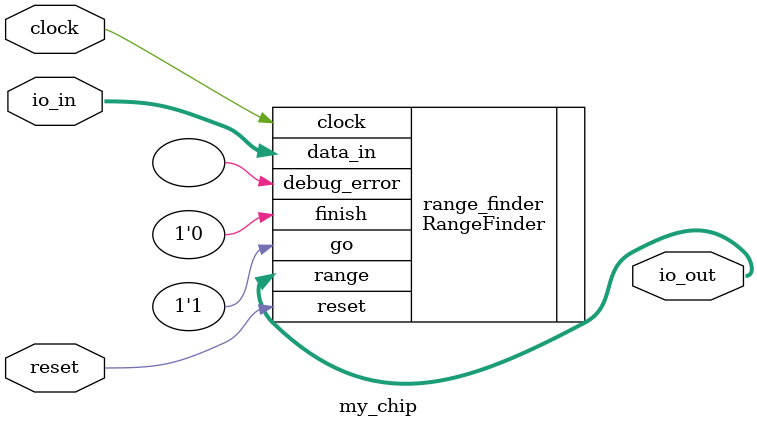
<source format=sv>
`default_nettype none

module my_chip (
    input logic [11:0] io_in, // Inputs to your chip
    output logic [11:0] io_out, // Outputs from your chip
    input logic clock,
    input logic reset // Important: Reset is ACTIVE-HIGH
);
    
    // Basic counter design as an example
    // TODO: remove the counter design and use this module to insert your own design
    // DO NOT change the I/O header of this design

    RangeFinder #(
        .WIDTH(12)
    ) range_finder(
        .data_in(io_in),
        .clock(clock),
        .reset(reset),
        .go(1'b1),
        .finish(1'b0),
        .range(io_out),
        .debug_error()
    );

    // wire [6:0] led_out;
    // assign io_out[6:0] = led_out;

    // // external clock is 1000Hz, so need 10 bit counter
    // reg [9:0] second_counter;
    // reg [3:0] digit;

    // always @(posedge clock) begin
    //     // if reset, set counter to 0
    //     if (reset) begin
    //         second_counter <= 0;
    //         digit <= 0;
    //     end else begin
    //         // if up to 16e6
    //         if (second_counter == 1000) begin
    //             // reset
    //             second_counter <= 0;

    //             // increment digit
    //             digit <= digit + 1'b1;

    //             // only count from 0 to 9
    //             if (digit == 9)
    //                 digit <= 0;

    //         end else
    //             // increment counter
    //             second_counter <= second_counter + 1'b1;
    //     end
    // end

    // // instantiate segment display
    // seg7 seg7(.counter(digit), .segments(led_out));

endmodule

</source>
